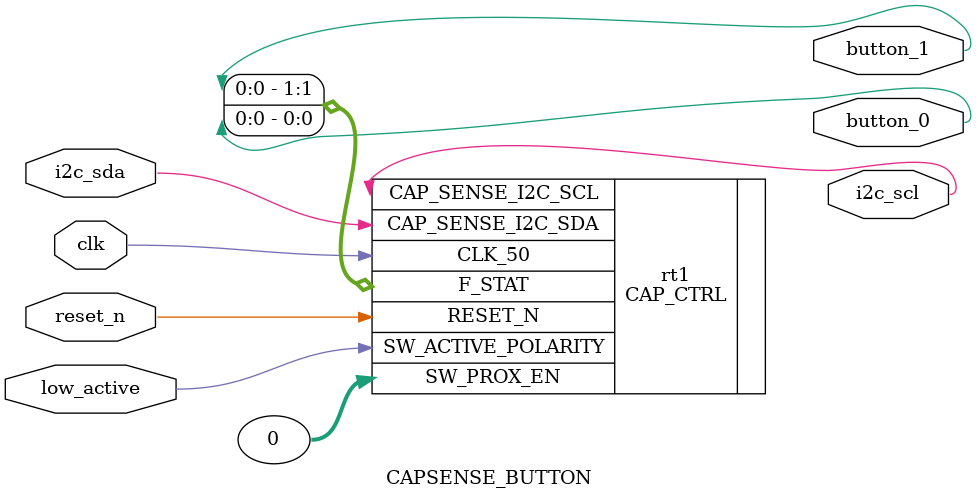
<source format=v>
module CAPSENSE_BUTTON(
    input clk, // 50 MHz
    input reset_n,
    input low_active, // button_x is low-active?

    output button_0,
    output button_1,

    // export
    output i2c_scl,
    inout  i2c_sda
);

CAP_CTRL rt1( 
   .RESET_N (reset_n),
   .CLK_50  (clk),
	.CAP_SENSE_I2C_SCL(i2c_scl),
	.CAP_SENSE_I2C_SDA(i2c_sda),	
	.SW_ACTIVE_POLARITY(low_active),
	.F_STAT            ( { button_1 , button_0 }   ) ,
   .SW_PROX_EN        (0) ,
	
	);

endmodule



</source>
